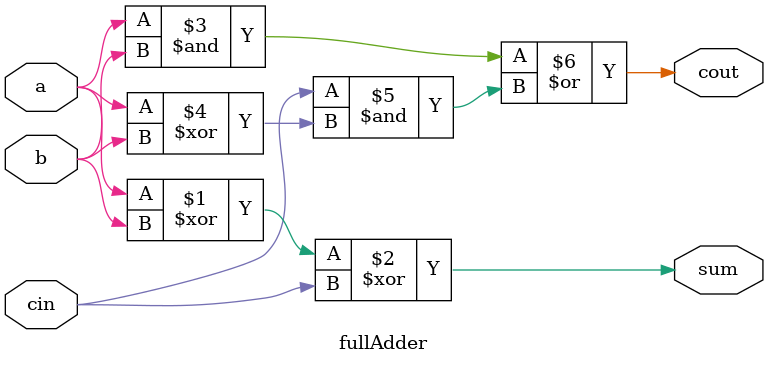
<source format=v>
module multiply32x32 (
	input wire [31:0] a, b,
	output wire [63:0] mul
);

wire [31:0] sum1,  sum2,  sum3,  sum4,  sum5,  sum6,  sum7,  sum8,  sum9,  sum10,
       	    sum11, sum12, sum13, sum14, sum15, sum16, sum17, sum18, sum19, sum20, 
	    sum21, sum22, sum23, sum24, sum25, sum26, sum27, sum28, sum29, sum30, sum31;
wire carry1,  carry2,  carry3,  carry4,  carry5,  carry6,  carry7,  carry8,  carry9,  carry10, 
     carry11, carry12, carry13, carry14, carry15, carry16, carry17, carry18, carry19, carry20, 
     carry21, carry22, carry23, carry24, carry25, carry26, carry27, carry28, carry29, carry30, carry31;

and (mul[0], a[0], b[0]);

fullAdder32b fa1 (.sum(sum1), .a0(a[1] & b[0]),   .a1(a[2] & b[0]),   .a2(a[3] & b[0]),   .a3(a[4] & b[0]),   .a4(a[5] & b[0]),   .a5(a[6] & b[0]),   .a6(a[7] & b[0]),   .a7(a[8] & b[0]),
			      .a8(a[9] & b[0]),   .a9(a[10] & b[0]),  .a10(a[11] & b[0]), .a11(a[12] & b[0]), .a12(a[13] & b[0]), .a13(a[14] & b[0]), .a14(a[15] & b[0]), .a15(a[16] & b[0]),
			      .a16(a[9] & b[0]),  .a17(a[10] & b[0]), .a18(a[11] & b[0]), .a19(a[12] & b[0]), .a20(a[13] & b[0]), .a21(a[14] & b[0]), .a22(a[15] & b[0]), .a23(a[16] & b[0]),
	                      .a24(a[25] & b[0]), .a25(a[26] & b[0]), .a26(a[27] & b[0]), .a27(a[28] & b[0]), .a28(a[29] & b[0]), .a29(a[30] & b[0]), .a30(a[31] & b[0]), .a31(1'b0),
			  
			      .b0(a[0] & b[1]),   .b1(a[1] & b[1]),   .b2(a[2] & b[1]),   .b3(a[3] & b[1]),   .b4(a[4] & b[1]),   .b5(a[5] & b[1]),   .b6(a[6] & b[1]),   .b7(a[7] & b[1]),
			      .b8(a[8] & b[1]),   .b9(a[9] & b[1]),   .b10(a[10] & b[1]), .b11(a[12] & b[1]), .b12(a[12] & b[1]), .b13(a[13] & b[1]), .b14(a[14] & b[1]), .b15(a[15] & b[1]),
			      .b16(a[16] & b[1]), .b17(a[17] & b[1]), .b18(a[18] & b[1]), .b19(a[19] & b[1]), .b20(a[20] & b[1]), .b21(a[21] & b[1]), .b22(a[22] & b[1]), .b23(a[23] & b[1]),
	                      .b24(a[24] & b[1]), .b25(a[25] & b[1]), .b26(a[26] & b[1]), .b27(a[27] & b[1]), .b28(a[28] & b[1]), .b29(a[29] & b[1]), .b30(a[30] & b[1]), .b31(a[31] & b[1]),	  
	          .cin(1'b0), .cout(carry1));

fullAdder32b fa2 (.sum(sum2), .a0(sum1[1]),   .a1(sum1[2]),   .a2(sum1[3]),   .a3(sum1[4]),   .a4(sum1[5]),   .a5(sum1[6]),   .a6(sum1[7]),   .a7(sum1[8]),   .a8(sum1[9]),   .a9(sum1[10]),  .a10(sum1[11]), 
		              .a11(sum1[12]), .a12(sum1[13]), .a13(sum1[14]), .a14(sum1[15]), .a15(sum1[16]), .a16(sum1[17]), .a17(sum1[18]), .a18(sum1[19]), .a19(sum1[20]), .a20(sum1[21]), .a21(sum1[22]),
			      .a22(sum1[23]), .a23(sum1[24]), .a24(sum1[25]), .a25(sum1[26]), .a26(sum1[27]), .a27(sum1[28]), .a28(sum1[29]), .a29(sum1[30]), .a30(sum1[31]), .a31(carry1), 

			      .b0(a[0] & b[2]),   .b1(a[1] & b[2]),   .b2(a[2] & b[2]),   .b3(a[3] & b[2]),   .b4(a[4] & b[2]),   .b5(a[5] & b[2]),   .b6(a[6] & b[2]),   .b7(a[7] & b[2]),
			      .b8(a[8] & b[2]),   .b9(a[9] & b[2]),   .b10(a[10] & b[2]), .b11(a[12] & b[2]), .b12(a[12] & b[2]), .b13(a[13] & b[2]), .b14(a[14] & b[2]), .b15(a[15] & b[2]),
			      .b16(a[16] & b[2]), .b17(a[17] & b[2]), .b18(a[18] & b[2]), .b19(a[19] & b[2]), .b20(a[20] & b[2]), .b21(a[21] & b[2]), .b22(a[22] & b[2]), .b23(a[23] & b[2]),
	                      .b24(a[24] & b[2]), .b25(a[25] & b[2]), .b26(a[26] & b[2]), .b27(a[27] & b[2]), .b28(a[28] & b[2]), .b29(a[29] & b[2]), .b30(a[30] & b[2]), .b31(a[31] & b[2]),	  
	          .cin(1'b0), .cout(carry2));


fullAdder32b fa3 (.sum(sum3), .a0(sum2[1]),   .a1(sum2[2]),   .a2(sum2[3]),   .a3(sum2[4]),   .a4(sum2[5]),   .a5(sum2[6]),   .a6(sum2[7]),   .a7(sum2[8]),   .a8(sum2[9]),   .a9(sum2[10]),  .a10(sum2[11]), 
		              .a11(sum2[12]), .a12(sum2[13]), .a13(sum2[14]), .a14(sum2[15]), .a15(sum2[16]), .a16(sum2[17]), .a17(sum2[18]), .a18(sum2[19]), .a19(sum2[20]), .a20(sum2[21]), .a21(sum2[22]),
			      .a22(sum2[23]), .a23(sum2[24]), .a24(sum2[25]), .a25(sum2[26]), .a26(sum2[27]), .a27(sum2[28]), .a28(sum2[29]), .a29(sum2[30]), .a30(sum2[31]), .a31(carry2), 

			      .b0(a[0] & b[3]),   .b1(a[1] & b[3]),   .b2(a[2] & b[3]),   .b3(a[3] & b[3]),   .b4(a[4] & b[3]),   .b5(a[5] & b[3]),   .b6(a[6] & b[3]),   .b7(a[7] & b[3]),
			      .b8(a[8] & b[3]),   .b9(a[9] & b[3]),   .b10(a[10] & b[3]), .b11(a[12] & b[3]), .b12(a[12] & b[3]), .b13(a[13] & b[3]), .b14(a[14] & b[3]), .b15(a[15] & b[3]),
			      .b16(a[16] & b[3]), .b17(a[17] & b[3]), .b18(a[18] & b[3]), .b19(a[19] & b[3]), .b20(a[20] & b[3]), .b21(a[21] & b[3]), .b22(a[22] & b[3]), .b23(a[23] & b[3]),
	                      .b24(a[24] & b[3]), .b25(a[25] & b[3]), .b26(a[26] & b[3]), .b27(a[27] & b[3]), .b28(a[28] & b[3]), .b29(a[29] & b[3]), .b30(a[30] & b[3]), .b31(a[31] & b[3]),	  
	          .cin(1'b0), .cout(carry3));

fullAdder32b fa4 (.sum(sum4), .a0(sum3[1]),   .a1(sum3[2]),   .a2(sum3[3]),   .a3(sum3[4]),   .a4(sum3[5]),   .a5(sum3[6]),   .a6(sum3[7]),   .a7(sum3[8]),   .a8(sum3[9]),   .a9(sum3[10]),  .a10(sum3[11]), 
		              .a11(sum3[12]), .a12(sum3[13]), .a13(sum3[14]), .a14(sum3[15]), .a15(sum3[16]), .a16(sum3[17]), .a17(sum3[18]), .a18(sum3[19]), .a19(sum3[20]), .a20(sum3[21]), .a21(sum3[22]),
			      .a22(sum3[23]), .a23(sum3[24]), .a24(sum3[25]), .a25(sum3[26]), .a26(sum3[27]), .a27(sum3[28]), .a28(sum3[29]), .a29(sum3[30]), .a30(sum3[31]), .a31(carry3), 

			      .b0(a[0] & b[4]),   .b1(a[1] & b[4]),   .b2(a[2] & b[4]),   .b3(a[3] & b[4]),   .b4(a[4] & b[4]),   .b5(a[5] & b[4]),   .b6(a[6] & b[4]),   .b7(a[7] & b[4]),
			      .b8(a[8] & b[4]),   .b9(a[9] & b[4]),   .b10(a[10] & b[4]), .b11(a[12] & b[4]), .b12(a[12] & b[4]), .b13(a[13] & b[4]), .b14(a[14] & b[4]), .b15(a[15] & b[4]),
			      .b16(a[16] & b[4]), .b17(a[17] & b[4]), .b18(a[18] & b[4]), .b19(a[19] & b[4]), .b20(a[20] & b[4]), .b21(a[21] & b[4]), .b22(a[22] & b[4]), .b23(a[23] & b[4]),
	                      .b24(a[24] & b[4]), .b25(a[25] & b[4]), .b26(a[26] & b[4]), .b27(a[27] & b[4]), .b28(a[28] & b[4]), .b29(a[29] & b[4]), .b30(a[30] & b[4]), .b31(a[31] & b[4]),	  
	          .cin(1'b0), .cout(carry4));

fullAdder32b fa5 (.sum(sum5), .a0(sum4[1]),   .a1(sum4[2]),   .a2(sum4[3]),   .a3(sum4[4]),   .a4(sum4[5]),   .a5(sum4[6]),   .a6(sum4[7]),   .a7(sum4[8]),   .a8(sum4[9]),   .a9(sum4[10]),  .a10(sum4[11]), 
		              .a11(sum4[12]), .a12(sum4[13]), .a13(sum4[14]), .a14(sum4[15]), .a15(sum4[16]), .a16(sum4[17]), .a17(sum4[18]), .a18(sum4[19]), .a19(sum4[20]), .a20(sum4[21]), .a21(sum4[22]),
			      .a22(sum4[23]), .a23(sum4[24]), .a24(sum4[25]), .a25(sum4[26]), .a26(sum4[27]), .a27(sum4[28]), .a28(sum4[29]), .a29(sum4[30]), .a30(sum4[31]), .a31(carry4), 

			      .b0(a[0] & b[5]),   .b1(a[1] & b[5]),   .b2(a[2] & b[5]),   .b3(a[3] & b[5]),   .b4(a[4] & b[5]),   .b5(a[5] & b[5]),   .b6(a[6] & b[5]),   .b7(a[7] & b[5]),
			      .b8(a[8] & b[5]),   .b9(a[9] & b[5]),   .b10(a[10] & b[5]), .b11(a[12] & b[5]), .b12(a[12] & b[5]), .b13(a[13] & b[5]), .b14(a[14] & b[5]), .b15(a[15] & b[5]),
			      .b16(a[16] & b[5]), .b17(a[17] & b[5]), .b18(a[18] & b[5]), .b19(a[19] & b[5]), .b20(a[20] & b[5]), .b21(a[21] & b[5]), .b22(a[22] & b[5]), .b23(a[23] & b[5]),
	                      .b24(a[24] & b[5]), .b25(a[25] & b[5]), .b26(a[26] & b[5]), .b27(a[27] & b[5]), .b28(a[28] & b[5]), .b29(a[29] & b[5]), .b30(a[30] & b[5]), .b31(a[31] & b[5]),	  
	          .cin(1'b0), .cout(carry5));

fullAdder32b fa6 (.sum(sum6), .a0(sum5[1]),   .a1(sum5[2]),   .a2(sum5[3]),   .a3(sum5[4]),   .a4(sum5[5]),   .a5(sum5[6]),   .a6(sum5[7]),   .a7(sum5[8]),   .a8(sum5[9]),   .a9(sum5[10]),  .a10(sum5[11]), 
		              .a11(sum5[12]), .a12(sum5[13]), .a13(sum5[14]), .a14(sum5[15]), .a15(sum5[16]), .a16(sum5[17]), .a17(sum5[18]), .a18(sum5[19]), .a19(sum5[20]), .a20(sum5[21]), .a21(sum5[22]),
			      .a22(sum5[23]), .a23(sum5[24]), .a24(sum5[25]), .a25(sum5[26]), .a26(sum5[27]), .a27(sum5[28]), .a28(sum5[29]), .a29(sum5[30]), .a30(sum5[31]), .a31(carry5), 

			      .b0(a[0] & b[6]),   .b1(a[1] & b[6]),   .b2(a[2] & b[6]),   .b3(a[3] & b[6]),   .b4(a[4] & b[6]),   .b5(a[5] & b[6]),   .b6(a[6] & b[6]),   .b7(a[7] & b[6]),
			      .b8(a[8] & b[6]),   .b9(a[9] & b[6]),   .b10(a[10] & b[6]), .b11(a[12] & b[6]), .b12(a[12] & b[6]), .b13(a[13] & b[6]), .b14(a[14] & b[6]), .b15(a[15] & b[6]),
			      .b16(a[16] & b[6]), .b17(a[17] & b[6]), .b18(a[18] & b[6]), .b19(a[19] & b[6]), .b20(a[20] & b[6]), .b21(a[21] & b[6]), .b22(a[22] & b[6]), .b23(a[23] & b[6]),
	                      .b24(a[24] & b[6]), .b25(a[25] & b[6]), .b26(a[26] & b[6]), .b27(a[27] & b[6]), .b28(a[28] & b[6]), .b29(a[29] & b[6]), .b30(a[30] & b[6]), .b31(a[31] & b[6]),	  
	          .cin(1'b0), .cout(carry6));

fullAdder32b fa7 (.sum(sum7), .a0(sum6[1]),   .a1(sum6[2]),   .a2(sum6[3]),   .a3(sum6[4]),   .a4(sum6[5]),   .a5(sum6[6]),   .a6(sum6[7]),   .a7(sum6[8]),   .a8(sum6[9]),   .a9(sum6[10]),  .a10(sum6[11]), 
		              .a11(sum6[12]), .a12(sum6[13]), .a13(sum6[14]), .a14(sum6[15]), .a15(sum6[16]), .a16(sum6[17]), .a17(sum6[18]), .a18(sum6[19]), .a19(sum6[20]), .a20(sum6[21]), .a21(sum6[22]),
			      .a22(sum6[23]), .a23(sum6[24]), .a24(sum6[25]), .a25(sum6[26]), .a26(sum6[27]), .a27(sum6[28]), .a28(sum6[29]), .a29(sum6[30]), .a30(sum6[31]), .a31(carry6), 

			      .b0(a[0] & b[7]),   .b1(a[1] & b[7]),   .b2(a[2] & b[7]),   .b3(a[3] & b[7]),   .b4(a[4] & b[7]),   .b5(a[5] & b[7]),   .b6(a[6] & b[7]),   .b7(a[7] & b[7]),
			      .b8(a[8] & b[7]),   .b9(a[9] & b[7]),   .b10(a[10] & b[7]), .b11(a[12] & b[7]), .b12(a[12] & b[7]), .b13(a[13] & b[7]), .b14(a[14] & b[7]), .b15(a[15] & b[7]),
			      .b16(a[16] & b[7]), .b17(a[17] & b[7]), .b18(a[18] & b[7]), .b19(a[19] & b[7]), .b20(a[20] & b[7]), .b21(a[21] & b[7]), .b22(a[22] & b[7]), .b23(a[23] & b[7]),
	                      .b24(a[24] & b[7]), .b25(a[25] & b[7]), .b26(a[26] & b[7]), .b27(a[27] & b[7]), .b28(a[28] & b[7]), .b29(a[29] & b[7]), .b30(a[30] & b[7]), .b31(a[31] & b[7]),	  
	          .cin(1'b0), .cout(carry7));

fullAdder32b fa8 (.sum(sum8), .a0(sum7[1]),   .a1(sum7[2]),   .a2(sum7[3]),   .a3(sum7[4]),   .a4(sum7[5]),   .a5(sum7[6]),   .a6(sum7[7]),   .a7(sum7[8]),   .a8(sum7[9]),   .a9(sum7[10]),  .a10(sum7[11]), 
		              .a11(sum7[12]), .a12(sum7[13]), .a13(sum7[14]), .a14(sum7[15]), .a15(sum7[16]), .a16(sum7[17]), .a17(sum7[18]), .a18(sum7[19]), .a19(sum7[20]), .a20(sum7[21]), .a21(sum7[22]),
			      .a22(sum7[23]), .a23(sum7[24]), .a24(sum7[25]), .a25(sum7[26]), .a26(sum7[27]), .a27(sum7[28]), .a28(sum7[29]), .a29(sum7[30]), .a30(sum7[31]), .a31(carry7), 

			      .b0(a[0] & b[8]),   .b1(a[1] & b[8]),   .b2(a[2] & b[8]),   .b3(a[3] & b[8]),   .b4(a[4] & b[8]),   .b5(a[5] & b[8]),   .b6(a[6] & b[8]),   .b7(a[7] & b[8]),
			      .b8(a[8] & b[8]),   .b9(a[9] & b[8]),   .b10(a[10] & b[8]), .b11(a[12] & b[8]), .b12(a[12] & b[8]), .b13(a[13] & b[8]), .b14(a[14] & b[8]), .b15(a[15] & b[8]),
			      .b16(a[16] & b[8]), .b17(a[17] & b[8]), .b18(a[18] & b[8]), .b19(a[19] & b[8]), .b20(a[20] & b[8]), .b21(a[21] & b[8]), .b22(a[22] & b[8]), .b23(a[23] & b[8]),
	                      .b24(a[24] & b[8]), .b25(a[25] & b[8]), .b26(a[26] & b[8]), .b27(a[27] & b[8]), .b28(a[28] & b[8]), .b29(a[29] & b[8]), .b30(a[30] & b[8]), .b31(a[31] & b[8]),	  
	          .cin(1'b0), .cout(carry8));

fullAdder32b fa9 (.sum(sum9), .a0(sum8[1]),   .a1(sum8[2]),   .a2(sum8[3]),   .a3(sum8[4]),   .a4(sum8[5]),   .a5(sum8[6]),   .a6(sum8[7]),   .a7(sum8[8]),   .a8(sum8[9]),   .a9(sum8[10]),  .a10(sum8[11]), 
		              .a11(sum8[12]), .a12(sum8[13]), .a13(sum8[14]), .a14(sum8[15]), .a15(sum8[16]), .a16(sum8[17]), .a17(sum8[18]), .a18(sum8[19]), .a19(sum8[20]), .a20(sum8[21]), .a21(sum8[22]),
			      .a22(sum8[23]), .a23(sum8[24]), .a24(sum8[25]), .a25(sum8[26]), .a26(sum8[27]), .a27(sum8[28]), .a28(sum8[29]), .a29(sum8[30]), .a30(sum8[31]), .a31(carry8), 

			      .b0(a[0] & b[9]),   .b1(a[1] & b[9]),   .b2(a[2] & b[9]),   .b3(a[3] & b[9]),   .b4(a[4] & b[9]),   .b5(a[5] & b[9]),   .b6(a[6] & b[9]),   .b7(a[7] & b[9]),
			      .b8(a[8] & b[9]),   .b9(a[9] & b[9]),   .b10(a[10] & b[9]), .b11(a[12] & b[9]), .b12(a[12] & b[9]), .b13(a[13] & b[9]), .b14(a[14] & b[9]), .b15(a[15] & b[9]),
			      .b16(a[16] & b[9]), .b17(a[17] & b[9]), .b18(a[18] & b[9]), .b19(a[19] & b[9]), .b20(a[20] & b[9]), .b21(a[21] & b[9]), .b22(a[22] & b[9]), .b23(a[23] & b[9]),
	                      .b24(a[24] & b[9]), .b25(a[25] & b[9]), .b26(a[26] & b[9]), .b27(a[27] & b[9]), .b28(a[28] & b[9]), .b29(a[29] & b[9]), .b30(a[30] & b[9]), .b31(a[31] & b[9]),	  
	          .cin(1'b0), .cout(carry9));

fullAdder32b fa10 (.sum(sum10), .a0(sum9[1]),   .a1(sum9[2]),   .a2(sum9[3]),   .a3(sum9[4]),   .a4(sum9[5]),   .a5(sum9[6]),   .a6(sum9[7]),   .a7(sum9[8]),   .a8(sum9[9]),   .a9(sum9[10]),  .a10(sum9[11]), 
		                .a11(sum9[12]), .a12(sum9[13]), .a13(sum9[14]), .a14(sum9[15]), .a15(sum9[16]), .a16(sum9[17]), .a17(sum9[18]), .a18(sum9[19]), .a19(sum9[20]), .a20(sum9[21]), .a21(sum9[22]),
			        .a22(sum9[23]), .a23(sum9[24]), .a24(sum9[25]), .a25(sum9[26]), .a26(sum9[27]), .a27(sum9[28]), .a28(sum9[29]), .a29(sum9[30]), .a30(sum9[31]), .a31(carry9), 

			        .b0(a[0] & b[10]),   .b1(a[1] & b[10]),   .b2(a[2] & b[10]),   .b3(a[3] & b[10]),   .b4(a[4] & b[10]),   .b5(a[5] & b[10]),   .b6(a[6] & b[10]),   .b7(a[7] & b[10]),
			        .b8(a[8] & b[10]),   .b9(a[9] & b[10]),   .b10(a[10] & b[10]), .b11(a[12] & b[10]), .b12(a[12] & b[10]), .b13(a[13] & b[10]), .b14(a[14] & b[10]), .b15(a[15] & b[10]),
			        .b16(a[16] & b[10]), .b17(a[17] & b[10]), .b18(a[18] & b[10]), .b19(a[19] & b[10]), .b20(a[20] & b[10]), .b21(a[21] & b[10]), .b22(a[22] & b[10]), .b23(a[23] & b[10]),
	                        .b24(a[24] & b[10]), .b25(a[25] & b[10]), .b26(a[26] & b[10]), .b27(a[27] & b[10]), .b28(a[28] & b[10]), .b29(a[29] & b[10]), .b30(a[30] & b[10]), .b31(a[31] & b[10]),	  
	          .cin(1'b0), .cout(carry10));

fullAdder32b fa11 (.sum(sum11), .a0(sum10[1]),   .a1(sum10[2]),   .a2(sum10[3]),   .a3(sum10[4]),   .a4(sum10[5]),   .a5(sum10[6]),   .a6(sum10[7]),   .a7(sum10[8]),   .a8(sum10[9]),   .a9(sum10[10]),  .a10(sum10[11]), 
		                .a11(sum10[12]), .a12(sum10[13]), .a13(sum10[14]), .a14(sum10[15]), .a15(sum10[16]), .a16(sum10[17]), .a17(sum10[18]), .a18(sum10[19]), .a19(sum10[20]), .a20(sum10[21]), .a21(sum10[22]),
			        .a22(sum10[23]), .a23(sum10[24]), .a24(sum10[25]), .a25(sum10[26]), .a26(sum10[27]), .a27(sum10[28]), .a28(sum10[29]), .a29(sum10[30]), .a30(sum10[31]), .a31(carry10), 

			        .b0(a[0] & b[11]),   .b1(a[1] & b[11]),   .b2(a[2] & b[11]),   .b3(a[3] & b[11]),   .b4(a[4] & b[11]),   .b5(a[5] & b[11]),   .b6(a[6] & b[11]),   .b7(a[7] & b[11]),
			        .b8(a[8] & b[11]),   .b9(a[9] & b[11]),   .b10(a[10] & b[11]), .b11(a[12] & b[11]), .b12(a[12] & b[11]), .b13(a[13] & b[11]), .b14(a[14] & b[11]), .b15(a[15] & b[11]),
			        .b16(a[16] & b[11]), .b17(a[17] & b[11]), .b18(a[18] & b[11]), .b19(a[19] & b[11]), .b20(a[20] & b[11]), .b21(a[21] & b[11]), .b22(a[22] & b[11]), .b23(a[23] & b[11]),
	                        .b24(a[24] & b[11]), .b25(a[25] & b[11]), .b26(a[26] & b[11]), .b27(a[27] & b[11]), .b28(a[28] & b[11]), .b29(a[29] & b[11]), .b30(a[30] & b[11]), .b31(a[31] & b[11]),	  
	          .cin(1'b0), .cout(carry11));

fullAdder32b fa12 (.sum(sum12), .a0(sum11[1]),   .a1(sum11[2]),   .a2(sum11[3]),   .a3(sum11[4]),   .a4(sum11[5]),   .a5(sum11[6]),   .a6(sum11[7]),   .a7(sum11[8]),   .a8(sum11[9]),   .a9(sum11[10]),  .a10(sum11[11]), 
		                .a11(sum11[12]), .a12(sum11[13]), .a13(sum11[14]), .a14(sum11[15]), .a15(sum11[16]), .a16(sum11[17]), .a17(sum11[18]), .a18(sum11[19]), .a19(sum11[20]), .a20(sum11[21]), .a21(sum11[22]),
			        .a22(sum11[23]), .a23(sum11[24]), .a24(sum11[25]), .a25(sum11[26]), .a26(sum11[27]), .a27(sum11[28]), .a28(sum11[29]), .a29(sum11[30]), .a30(sum11[31]), .a31(carry11), 

			        .b0(a[0] & b[12]),   .b1(a[1] & b[12]),   .b2(a[2] & b[12]),   .b3(a[3] & b[12]),   .b4(a[4] & b[12]),   .b5(a[5] & b[12]),   .b6(a[6] & b[12]),   .b7(a[7] & b[12]),
			        .b8(a[8] & b[12]),   .b9(a[9] & b[12]),   .b10(a[10] & b[12]), .b11(a[12] & b[12]), .b12(a[12] & b[12]), .b13(a[13] & b[12]), .b14(a[14] & b[12]), .b15(a[15] & b[12]),
			        .b16(a[16] & b[12]), .b17(a[17] & b[12]), .b18(a[18] & b[12]), .b19(a[19] & b[12]), .b20(a[20] & b[12]), .b21(a[21] & b[12]), .b22(a[22] & b[12]), .b23(a[23] & b[12]),
	                        .b24(a[24] & b[12]), .b25(a[25] & b[12]), .b26(a[26] & b[12]), .b27(a[27] & b[12]), .b28(a[28] & b[12]), .b29(a[29] & b[12]), .b30(a[30] & b[12]), .b31(a[31] & b[12]),	  
	          .cin(1'b0), .cout(carry12));

fullAdder32b fa13 (.sum(sum13), .a0(sum12[1]),   .a1(sum12[2]),   .a2(sum12[3]),   .a3(sum12[4]),   .a4(sum12[5]),   .a5(sum12[6]),   .a6(sum12[7]),   .a7(sum12[8]),   .a8(sum12[9]),   .a9(sum12[10]),  .a10(sum12[11]), 
		                .a11(sum12[12]), .a12(sum12[13]), .a13(sum12[14]), .a14(sum12[15]), .a15(sum12[16]), .a16(sum12[17]), .a17(sum12[18]), .a18(sum12[19]), .a19(sum12[20]), .a20(sum12[21]), .a21(sum12[22]),
			        .a22(sum12[23]), .a23(sum12[24]), .a24(sum12[25]), .a25(sum12[26]), .a26(sum12[27]), .a27(sum12[28]), .a28(sum12[29]), .a29(sum12[30]), .a30(sum12[31]), .a31(carry12),

			        .b0(a[0] & b[13]),   .b1(a[1] & b[13]),   .b2(a[2] & b[13]),   .b3(a[3] & b[13]),   .b4(a[4] & b[13]),   .b5(a[5] & b[13]),   .b6(a[6] & b[13]),   .b7(a[7] & b[13]),
			        .b8(a[8] & b[13]),   .b9(a[9] & b[13]),   .b10(a[10] & b[13]), .b11(a[12] & b[13]), .b12(a[12] & b[13]), .b13(a[13] & b[13]), .b14(a[14] & b[13]), .b15(a[15] & b[13]),
			        .b16(a[16] & b[13]), .b17(a[17] & b[13]), .b18(a[18] & b[13]), .b19(a[19] & b[13]), .b20(a[20] & b[13]), .b21(a[21] & b[13]), .b22(a[22] & b[13]), .b23(a[23] & b[13]),
	                        .b24(a[24] & b[13]), .b25(a[25] & b[13]), .b26(a[26] & b[13]), .b27(a[27] & b[13]), .b28(a[28] & b[13]), .b29(a[29] & b[13]), .b30(a[30] & b[13]), .b31(a[31] & b[13]),	  
	          .cin(1'b0), .cout(carry13));

fullAdder32b fa14 (.sum(sum14), .a0(sum13[1]),   .a1(sum13[2]),   .a2(sum13[3]),   .a3(sum13[4]),   .a4(sum13[5]),   .a5(sum13[6]),   .a6(sum13[7]),   .a7(sum13[8]),   .a8(sum13[9]),   .a9(sum13[10]),  .a10(sum13[11]), 
		                .a11(sum13[12]), .a12(sum13[13]), .a13(sum13[14]), .a14(sum13[15]), .a15(sum13[16]), .a16(sum13[17]), .a17(sum13[18]), .a18(sum13[19]), .a19(sum13[20]), .a20(sum13[21]), .a21(sum13[22]),
			        .a22(sum13[23]), .a23(sum13[24]), .a24(sum13[25]), .a25(sum13[26]), .a26(sum13[27]), .a27(sum13[28]), .a28(sum13[29]), .a29(sum13[30]), .a30(sum13[31]), .a31(carry13), 

			        .b0(a[0] & b[14]),   .b1(a[1] & b[14]),   .b2(a[2] & b[14]),   .b3(a[3] & b[14]),   .b4(a[4] & b[14]),   .b5(a[5] & b[14]),   .b6(a[6] & b[14]),   .b7(a[7] & b[14]),
			        .b8(a[8] & b[14]),   .b9(a[9] & b[14]),   .b10(a[10] & b[14]), .b11(a[12] & b[14]), .b12(a[12] & b[14]), .b13(a[13] & b[14]), .b14(a[14] & b[14]), .b15(a[15] & b[14]),
			        .b16(a[16] & b[14]), .b17(a[17] & b[14]), .b18(a[18] & b[14]), .b19(a[19] & b[14]), .b20(a[20] & b[14]), .b21(a[21] & b[14]), .b22(a[22] & b[14]), .b23(a[23] & b[14]),
	                        .b24(a[24] & b[14]), .b25(a[25] & b[14]), .b26(a[26] & b[14]), .b27(a[27] & b[14]), .b28(a[28] & b[14]), .b29(a[29] & b[14]), .b30(a[30] & b[14]), .b31(a[31] & b[14]),	  
	          .cin(1'b0), .cout(carry14));

fullAdder32b fa15 (.sum(sum15), .a0(sum14[1]),   .a1(sum14[2]),   .a2(sum14[3]),   .a3(sum14[4]),   .a4(sum14[5]),   .a5(sum14[6]),   .a6(sum14[7]),   .a7(sum14[8]),   .a8(sum14[9]),   .a9(sum14[10]),  .a10(sum14[11]), 
		                .a11(sum14[12]), .a12(sum14[13]), .a13(sum14[14]), .a14(sum14[15]), .a15(sum14[16]), .a16(sum14[17]), .a17(sum14[18]), .a18(sum14[19]), .a19(sum14[20]), .a20(sum14[21]), .a21(sum14[22]),
			        .a22(sum14[23]), .a23(sum14[24]), .a24(sum14[25]), .a25(sum14[26]), .a26(sum14[27]), .a27(sum14[28]), .a28(sum14[29]), .a29(sum14[30]), .a30(sum14[31]), .a31(carry14), 

			        .b0(a[0] & b[15]),   .b1(a[1] & b[15]),   .b2(a[2] & b[15]),   .b3(a[3] & b[15]),   .b4(a[4] & b[15]),   .b5(a[5] & b[15]),   .b6(a[6] & b[15]),   .b7(a[7] & b[15]),
			        .b8(a[8] & b[15]),   .b9(a[9] & b[15]),   .b10(a[10] & b[15]), .b11(a[12] & b[15]), .b12(a[12] & b[15]), .b13(a[13] & b[15]), .b14(a[14] & b[15]), .b15(a[15] & b[15]),
			        .b16(a[16] & b[15]), .b17(a[17] & b[15]), .b18(a[18] & b[15]), .b19(a[19] & b[15]), .b20(a[20] & b[15]), .b21(a[21] & b[15]), .b22(a[22] & b[15]), .b23(a[23] & b[15]),
	                        .b24(a[24] & b[15]), .b25(a[25] & b[15]), .b26(a[26] & b[15]), .b27(a[27] & b[15]), .b28(a[28] & b[15]), .b29(a[29] & b[15]), .b30(a[30] & b[15]), .b31(a[31] & b[15]),	  
	          .cin(1'b0), .cout(carry15));

fullAdder32b fa16 (.sum(sum16), .a0(sum15[1]),   .a1(sum15[2]),   .a2(sum15[3]),   .a3(sum15[4]),   .a4(sum15[5]),   .a5(sum15[6]),   .a6(sum15[7]),   .a7(sum15[8]),   .a8(sum15[9]),   .a9(sum15[10]),  .a10(sum15[11]), 
		                .a11(sum15[12]), .a12(sum15[13]), .a13(sum15[14]), .a14(sum15[15]), .a15(sum15[16]), .a16(sum15[17]), .a17(sum15[18]), .a18(sum15[19]), .a19(sum15[20]), .a20(sum15[21]), .a21(sum15[22]),
			        .a22(sum15[23]), .a23(sum15[24]), .a24(sum15[25]), .a25(sum15[26]), .a26(sum15[27]), .a27(sum15[28]), .a28(sum15[29]), .a29(sum15[30]), .a30(sum15[31]), .a31(carry15), 

			        .b0(a[0] & b[16]),   .b1(a[1] & b[16]),   .b2(a[2] & b[16]),   .b3(a[3] & b[16]),   .b4(a[4] & b[16]),   .b5(a[5] & b[16]),   .b6(a[6] & b[16]),   .b7(a[7] & b[16]),
			        .b8(a[8] & b[16]),   .b9(a[9] & b[16]),   .b10(a[10] & b[16]), .b11(a[12] & b[16]), .b12(a[12] & b[16]), .b13(a[13] & b[16]), .b14(a[14] & b[16]), .b15(a[15] & b[16]),
			        .b16(a[16] & b[16]), .b17(a[17] & b[16]), .b18(a[18] & b[16]), .b19(a[19] & b[16]), .b20(a[20] & b[16]), .b21(a[21] & b[16]), .b22(a[22] & b[16]), .b23(a[23] & b[16]),
	                        .b24(a[24] & b[16]), .b25(a[25] & b[16]), .b26(a[26] & b[16]), .b27(a[27] & b[16]), .b28(a[28] & b[16]), .b29(a[29] & b[16]), .b30(a[30] & b[16]), .b31(a[31] & b[16]),	  
	          .cin(1'b0), .cout(carry16));

fullAdder32b fa17 (.sum(sum17), .a0(sum16[1]),   .a1(sum16[2]),   .a2(sum16[3]),   .a3(sum16[4]),   .a4(sum16[5]),   .a5(sum16[6]),   .a6(sum16[7]),   .a7(sum16[8]),   .a8(sum16[9]),   .a9(sum16[10]),  .a10(sum16[11]), 
		                .a11(sum16[12]), .a12(sum16[13]), .a13(sum16[14]), .a14(sum16[15]), .a15(sum16[16]), .a16(sum16[17]), .a17(sum16[18]), .a18(sum16[19]), .a19(sum16[20]), .a20(sum16[21]), .a21(sum16[22]),
			        .a22(sum16[23]), .a23(sum16[24]), .a24(sum16[25]), .a25(sum16[26]), .a26(sum16[27]), .a27(sum16[28]), .a28(sum16[29]), .a29(sum16[30]), .a30(sum16[31]), .a31(carry16), 

			        .b0(a[0] & b[17]),   .b1(a[1] & b[17]),   .b2(a[2] & b[17]),   .b3(a[3] & b[17]),   .b4(a[4] & b[17]),   .b5(a[5] & b[17]),   .b6(a[6] & b[17]),   .b7(a[7] & b[17]),
			        .b8(a[8] & b[17]),   .b9(a[9] & b[17]),   .b10(a[10] & b[17]), .b11(a[12] & b[17]), .b12(a[12] & b[17]), .b13(a[13] & b[17]), .b14(a[14] & b[17]), .b15(a[15] & b[17]),
			        .b16(a[16] & b[17]), .b17(a[17] & b[17]), .b18(a[18] & b[17]), .b19(a[19] & b[17]), .b20(a[20] & b[17]), .b21(a[21] & b[17]), .b22(a[22] & b[17]), .b23(a[23] & b[17]),
	                        .b24(a[24] & b[17]), .b25(a[25] & b[17]), .b26(a[26] & b[17]), .b27(a[27] & b[17]), .b28(a[28] & b[17]), .b29(a[29] & b[17]), .b30(a[30] & b[17]), .b31(a[31] & b[17]),	  
	          .cin(1'b0), .cout(carry17));

fullAdder32b fa18 (.sum(sum18), .a0(sum17[1]),   .a1(sum17[2]),   .a2(sum17[3]),   .a3(sum17[4]),   .a4(sum17[5]),   .a5(sum17[6]),   .a6(sum17[7]),   .a7(sum17[8]),   .a8(sum17[9]),   .a9(sum17[10]),  .a10(sum17[11]), 
		                .a11(sum17[12]), .a12(sum17[13]), .a13(sum17[14]), .a14(sum17[15]), .a15(sum17[16]), .a16(sum17[17]), .a17(sum17[18]), .a18(sum17[19]), .a19(sum17[20]), .a20(sum17[21]), .a21(sum17[22]),
			        .a22(sum17[23]), .a23(sum17[24]), .a24(sum17[25]), .a25(sum17[26]), .a26(sum17[27]), .a27(sum17[28]), .a28(sum17[29]), .a29(sum17[30]), .a30(sum17[31]), .a31(carry17), 

			        .b0(a[0] & b[18]),   .b1(a[1] & b[18]),   .b2(a[2] & b[18]),   .b3(a[3] & b[18]),   .b4(a[4] & b[18]),   .b5(a[5] & b[18]),   .b6(a[6] & b[18]),   .b7(a[7] & b[18]),
			        .b8(a[8] & b[18]),   .b9(a[9] & b[18]),   .b10(a[10] & b[18]), .b11(a[12] & b[18]), .b12(a[12] & b[18]), .b13(a[13] & b[18]), .b14(a[14] & b[18]), .b15(a[15] & b[18]),
			        .b16(a[16] & b[18]), .b17(a[17] & b[18]), .b18(a[18] & b[18]), .b19(a[19] & b[18]), .b20(a[20] & b[18]), .b21(a[21] & b[18]), .b22(a[22] & b[18]), .b23(a[23] & b[18]),
	                        .b24(a[24] & b[18]), .b25(a[25] & b[18]), .b26(a[26] & b[18]), .b27(a[27] & b[18]), .b28(a[28] & b[18]), .b29(a[29] & b[18]), .b30(a[30] & b[18]), .b31(a[31] & b[18]),	  
	          .cin(1'b0), .cout(carry18));

fullAdder32b fa19 (.sum(sum19), .a0(sum18[1]),   .a1(sum18[2]),   .a2(sum18[3]),   .a3(sum18[4]),   .a4(sum18[5]),   .a5(sum18[6]),   .a6(sum18[7]),   .a7(sum18[8]),   .a8(sum18[9]),   .a9(sum18[10]),  .a10(sum18[11]), 
		                .a11(sum18[12]), .a12(sum18[13]), .a13(sum18[14]), .a14(sum18[15]), .a15(sum18[16]), .a16(sum18[17]), .a17(sum18[18]), .a18(sum18[19]), .a19(sum18[20]), .a20(sum18[21]), .a21(sum18[22]),
			        .a22(sum18[23]), .a23(sum18[24]), .a24(sum18[25]), .a25(sum18[26]), .a26(sum18[27]), .a27(sum18[28]), .a28(sum18[29]), .a29(sum18[30]), .a30(sum18[31]), .a31(carry18), 

			        .b0(a[0] & b[19]),   .b1(a[1] & b[19]),   .b2(a[2] & b[19]),   .b3(a[3] & b[19]),   .b4(a[4] & b[11]),   .b5(a[5] & b[19]),   .b6(a[6] & b[19]),   .b7(a[7] & b[19]),
			        .b8(a[8] & b[19]),   .b9(a[9] & b[19]),   .b10(a[10] & b[19]), .b11(a[12] & b[19]), .b12(a[12] & b[19]), .b13(a[13] & b[19]), .b14(a[14] & b[19]), .b15(a[15] & b[19]),
			        .b16(a[16] & b[19]), .b17(a[17] & b[19]), .b18(a[18] & b[19]), .b19(a[19] & b[19]), .b20(a[20] & b[19]), .b21(a[21] & b[19]), .b22(a[22] & b[19]), .b23(a[23] & b[19]),
	                        .b24(a[24] & b[19]), .b25(a[25] & b[19]), .b26(a[26] & b[19]), .b27(a[27] & b[19]), .b28(a[28] & b[19]), .b29(a[29] & b[19]), .b30(a[30] & b[19]), .b31(a[31] & b[19]),	  
	          .cin(1'b0), .cout(carry19));

fullAdder32b fa20 (.sum(sum20), .a0(sum19[1]),   .a1(sum19[2]),   .a2(sum19[3]),   .a3(sum19[4]),   .a4(sum19[5]),   .a5(sum19[6]),   .a6(sum19[7]),   .a7(sum19[8]),   .a8(sum19[9]),   .a9(sum19[10]),  .a10(sum19[11]), 
		                .a11(sum19[12]), .a12(sum19[13]), .a13(sum19[14]), .a14(sum19[15]), .a15(sum19[16]), .a16(sum19[17]), .a17(sum19[18]), .a18(sum19[19]), .a19(sum19[20]), .a20(sum19[21]), .a21(sum19[22]),
			        .a22(sum19[23]), .a23(sum19[24]), .a24(sum19[25]), .a25(sum19[26]), .a26(sum19[27]), .a27(sum19[28]), .a28(sum19[29]), .a29(sum19[30]), .a30(sum19[31]), .a31(carry19), 

			        .b0(a[0] & b[20]),   .b1(a[1] & b[20]),   .b2(a[2] & b[20]),   .b3(a[3] & b[20]),   .b4(a[4] & b[20]),   .b5(a[5] & b[20]),   .b6(a[6] & b[20]),   .b7(a[7] & b[20]),
			        .b8(a[8] & b[20]),   .b9(a[9] & b[20]),   .b10(a[10] & b[20]), .b11(a[12] & b[20]), .b12(a[12] & b[20]), .b13(a[13] & b[20]), .b14(a[14] & b[20]), .b15(a[15] & b[20]),
			        .b16(a[16] & b[20]), .b17(a[17] & b[20]), .b18(a[18] & b[20]), .b19(a[19] & b[20]), .b20(a[20] & b[20]), .b21(a[21] & b[20]), .b22(a[22] & b[20]), .b23(a[23] & b[20]),
	                        .b24(a[24] & b[20]), .b25(a[25] & b[20]), .b26(a[26] & b[20]), .b27(a[27] & b[20]), .b28(a[28] & b[20]), .b29(a[29] & b[20]), .b30(a[30] & b[20]), .b31(a[31] & b[20]),	  
	          .cin(1'b0), .cout(carry20));


fullAdder32b fa21 (.sum(sum21), .a0(sum20[1]),   .a1(sum20[2]),   .a2(sum20[3]),   .a3(sum20[4]),   .a4(sum20[5]),   .a5(sum20[6]),   .a6(sum20[7]),   .a7(sum20[8]),   .a8(sum20[9]),   .a9(sum20[10]),  .a10(sum20[11]), 
		                .a11(sum20[12]), .a12(sum20[13]), .a13(sum20[14]), .a14(sum20[15]), .a15(sum20[16]), .a16(sum20[17]), .a17(sum20[18]), .a18(sum20[19]), .a19(sum20[20]), .a20(sum20[21]), .a21(sum20[22]),
			        .a22(sum20[23]), .a23(sum20[24]), .a24(sum20[25]), .a25(sum20[26]), .a26(sum20[27]), .a27(sum20[28]), .a28(sum20[29]), .a29(sum20[30]), .a30(sum20[31]), .a31(carry20), 

			        .b0(a[0] & b[21]),   .b1(a[1] & b[21]),   .b2(a[2] & b[21]),   .b3(a[3] & b[21]),   .b4(a[4] & b[21]),   .b5(a[5] & b[21]),   .b6(a[6] & b[21]),   .b7(a[7] & b[21]),
			        .b8(a[8] & b[21]),   .b9(a[9] & b[21]),   .b10(a[10] & b[21]), .b11(a[12] & b[21]), .b12(a[12] & b[21]), .b13(a[13] & b[21]), .b14(a[14] & b[21]), .b15(a[15] & b[21]),
			        .b16(a[16] & b[21]), .b17(a[17] & b[21]), .b18(a[18] & b[21]), .b19(a[19] & b[21]), .b20(a[20] & b[21]), .b21(a[21] & b[21]), .b22(a[22] & b[21]), .b23(a[23] & b[21]),
	                        .b24(a[24] & b[21]), .b25(a[25] & b[21]), .b26(a[26] & b[21]), .b27(a[27] & b[21]), .b28(a[28] & b[21]), .b29(a[29] & b[21]), .b30(a[30] & b[21]), .b31(a[31] & b[21]),	  
	          .cin(1'b0), .cout(carry21));

fullAdder32b fa22 (.sum(sum22), .a0(sum21[1]),   .a1(sum21[2]),   .a2(sum21[3]),   .a3(sum21[4]),   .a4(sum21[5]),   .a5(sum21[6]),   .a6(sum21[7]),   .a7(sum21[8]),   .a8(sum21[9]),   .a9(sum21[10]),  .a10(sum21[11]), 
		                .a11(sum21[12]), .a12(sum21[13]), .a13(sum21[14]), .a14(sum21[15]), .a15(sum21[16]), .a16(sum21[17]), .a17(sum21[18]), .a18(sum21[19]), .a19(sum21[20]), .a20(sum21[21]), .a21(sum21[22]),
			        .a22(sum21[23]), .a23(sum21[24]), .a24(sum21[25]), .a25(sum21[26]), .a26(sum21[27]), .a27(sum21[28]), .a28(sum21[29]), .a29(sum21[30]), .a30(sum21[31]), .a31(carry21), 

			        .b0(a[0] & b[22]),   .b1(a[1] & b[22]),   .b2(a[2] & b[22]),   .b3(a[3] & b[22]),   .b4(a[4] & b[22]),   .b5(a[5] & b[22]),   .b6(a[6] & b[22]),   .b7(a[7] & b[22]),
			        .b8(a[8] & b[22]),   .b9(a[9] & b[22]),   .b10(a[10] & b[22]), .b11(a[12] & b[22]), .b12(a[12] & b[22]), .b13(a[13] & b[22]), .b14(a[14] & b[22]), .b15(a[15] & b[22]),
			        .b16(a[16] & b[22]), .b17(a[17] & b[22]), .b18(a[18] & b[22]), .b19(a[19] & b[22]), .b20(a[20] & b[22]), .b21(a[21] & b[22]), .b22(a[22] & b[22]), .b23(a[23] & b[22]),
	                        .b24(a[24] & b[22]), .b25(a[25] & b[22]), .b26(a[26] & b[22]), .b27(a[27] & b[22]), .b28(a[28] & b[22]), .b29(a[29] & b[22]), .b30(a[30] & b[22]), .b31(a[31] & b[22]),	  
	          .cin(1'b0), .cout(carry22));
	  
fullAdder32b fa23 (.sum(sum23), .a0(sum22[1]),   .a1(sum22[2]),   .a2(sum22[3]),   .a3(sum22[4]),   .a4(sum22[5]),   .a5(sum22[6]),   .a6(sum22[7]),   .a7(sum22[8]),   .a8(sum22[9]),   .a9(sum22[10]),  .a10(sum22[11]), 
		                .a11(sum22[12]), .a12(sum22[13]), .a13(sum22[14]), .a14(sum22[15]), .a15(sum22[16]), .a16(sum22[17]), .a17(sum22[18]), .a18(sum22[19]), .a19(sum22[20]), .a20(sum22[21]), .a21(sum22[22]),
			        .a22(sum22[23]), .a23(sum22[24]), .a24(sum22[25]), .a25(sum22[26]), .a26(sum22[27]), .a27(sum22[28]), .a28(sum22[29]), .a29(sum22[30]), .a30(sum22[31]), .a31(carry22), 

			        .b0(a[0] & b[23]),   .b1(a[1] & b[23]),   .b2(a[2] & b[23]),   .b3(a[3] & b[23]),   .b4(a[4] & b[23]),   .b5(a[5] & b[23]),   .b6(a[6] & b[23]),   .b7(a[7] & b[23]),
			        .b8(a[8] & b[23]),   .b9(a[9] & b[23]),   .b10(a[10] & b[23]), .b11(a[12] & b[23]), .b12(a[12] & b[23]), .b13(a[13] & b[23]), .b14(a[14] & b[23]), .b15(a[15] & b[23]),
			        .b16(a[16] & b[23]), .b17(a[17] & b[23]), .b18(a[18] & b[23]), .b19(a[19] & b[23]), .b20(a[20] & b[23]), .b21(a[21] & b[23]), .b22(a[22] & b[23]), .b23(a[23] & b[23]),
	                        .b24(a[24] & b[23]), .b25(a[25] & b[23]), .b26(a[26] & b[23]), .b27(a[27] & b[23]), .b28(a[28] & b[23]), .b29(a[29] & b[23]), .b30(a[30] & b[23]), .b31(a[31] & b[23]),	  
	          .cin(1'b0), .cout(carry23));
	  
fullAdder32b fa24 (.sum(sum24), .a0(sum23[1]),   .a1(sum23[2]),   .a2(sum23[3]),   .a3(sum23[4]),   .a4(sum23[5]),   .a5(sum23[6]),   .a6(sum23[7]),   .a7(sum23[8]),   .a8(sum23[9]),   .a9(sum23[10]),  .a10(sum23[11]), 
		                .a11(sum23[12]), .a12(sum23[13]), .a13(sum23[14]), .a14(sum23[15]), .a15(sum23[16]), .a16(sum23[17]), .a17(sum23[18]), .a18(sum23[19]), .a19(sum23[20]), .a20(sum23[21]), .a21(sum23[22]),
			        .a22(sum23[23]), .a23(sum23[24]), .a24(sum23[25]), .a25(sum23[26]), .a26(sum23[27]), .a27(sum23[28]), .a28(sum23[29]), .a29(sum23[30]), .a30(sum23[31]), .a31(carry23), 

			        .b0(a[0] & b[24]),   .b1(a[1] & b[24]),   .b2(a[2] & b[24]),   .b3(a[3] & b[24]),   .b4(a[4] & b[24]),   .b5(a[5] & b[24]),   .b6(a[6] & b[24]),   .b7(a[7] & b[24]),
			        .b8(a[8] & b[24]),   .b9(a[9] & b[24]),   .b10(a[10] & b[24]), .b11(a[12] & b[24]), .b12(a[12] & b[24]), .b13(a[13] & b[24]), .b14(a[14] & b[24]), .b15(a[15] & b[24]),
			        .b16(a[16] & b[24]), .b17(a[17] & b[24]), .b18(a[18] & b[24]), .b19(a[19] & b[24]), .b20(a[20] & b[24]), .b21(a[21] & b[24]), .b22(a[22] & b[24]), .b23(a[23] & b[24]),
	                        .b24(a[24] & b[24]), .b25(a[25] & b[24]), .b26(a[26] & b[24]), .b27(a[27] & b[24]), .b28(a[28] & b[24]), .b29(a[29] & b[24]), .b30(a[30] & b[24]), .b31(a[31] & b[24]),	  
	          .cin(1'b0), .cout(carry24));


fullAdder32b fa25 (.sum(sum25), .a0(sum24[1]),   .a1(sum24[2]),   .a2(sum24[3]),   .a3(sum24[4]),   .a4(sum24[5]),   .a5(sum24[6]),   .a6(sum24[7]),   .a7(sum24[8]),   .a8(sum24[9]),   .a9(sum24[10]),  .a10(sum24[11]), 
		                .a11(sum24[12]), .a12(sum24[13]), .a13(sum24[14]), .a14(sum24[15]), .a15(sum24[16]), .a16(sum24[17]), .a17(sum24[18]), .a18(sum24[19]), .a19(sum24[20]), .a20(sum24[21]), .a21(sum24[22]),
			        .a22(sum24[23]), .a23(sum24[24]), .a24(sum24[25]), .a25(sum24[26]), .a26(sum24[27]), .a27(sum24[28]), .a28(sum24[29]), .a29(sum24[30]), .a30(sum24[31]), .a31(carry24), 

			        .b0(a[0] & b[25]),   .b1(a[1] & b[25]),   .b2(a[2] & b[25]),   .b3(a[3] & b[25]),   .b4(a[4] & b[25]),   .b5(a[5] & b[25]),   .b6(a[6] & b[25]),   .b7(a[7] & b[25]),
			        .b8(a[8] & b[25]),   .b9(a[9] & b[25]),   .b10(a[10] & b[25]), .b11(a[12] & b[25]), .b12(a[12] & b[25]), .b13(a[13] & b[25]), .b14(a[14] & b[25]), .b15(a[15] & b[25]),
			        .b16(a[16] & b[25]), .b17(a[17] & b[25]), .b18(a[18] & b[25]), .b19(a[19] & b[25]), .b20(a[20] & b[25]), .b21(a[21] & b[25]), .b22(a[22] & b[25]), .b23(a[23] & b[25]),
	                        .b24(a[24] & b[25]), .b25(a[25] & b[25]), .b26(a[26] & b[25]), .b27(a[27] & b[25]), .b28(a[28] & b[25]), .b29(a[29] & b[25]), .b30(a[30] & b[25]), .b31(a[31] & b[25]),	  
	          .cin(1'b0), .cout(carry25));
	  	  
fullAdder32b fa26 (.sum(sum26), .a0(sum25[1]),   .a1(sum25[2]),   .a2(sum25[3]),   .a3(sum25[4]),   .a4(sum25[5]),   .a5(sum25[6]),   .a6(sum25[7]),   .a7(sum25[8]),   .a8(sum25[9]),   .a9(sum25[10]),  .a10(sum25[11]), 
		                .a11(sum25[12]), .a12(sum25[13]), .a13(sum25[14]), .a14(sum25[15]), .a15(sum25[16]), .a16(sum25[17]), .a17(sum25[18]), .a18(sum25[19]), .a19(sum25[20]), .a20(sum25[21]), .a21(sum25[22]),
			        .a22(sum25[23]), .a23(sum25[24]), .a24(sum25[25]), .a25(sum25[26]), .a26(sum25[27]), .a27(sum25[28]), .a28(sum25[29]), .a29(sum25[30]), .a30(sum25[31]), .a31(carry25), 

			        .b0(a[0] & b[26]),   .b1(a[1] & b[26]),   .b2(a[2] & b[26]),   .b3(a[3] & b[26]),   .b4(a[4] & b[26]),   .b5(a[5] & b[26]),   .b6(a[6] & b[26]),   .b7(a[7] & b[26]),
			        .b8(a[8] & b[26]),   .b9(a[9] & b[26]),   .b10(a[10] & b[26]), .b11(a[12] & b[26]), .b12(a[12] & b[26]), .b13(a[13] & b[26]), .b14(a[14] & b[26]), .b15(a[15] & b[26]),
			        .b16(a[16] & b[26]), .b17(a[17] & b[26]), .b18(a[18] & b[26]), .b19(a[19] & b[26]), .b20(a[20] & b[26]), .b21(a[21] & b[26]), .b22(a[22] & b[26]), .b23(a[23] & b[26]),
	                        .b24(a[24] & b[26]), .b25(a[25] & b[26]), .b26(a[26] & b[26]), .b27(a[27] & b[26]), .b28(a[28] & b[26]), .b29(a[29] & b[26]), .b30(a[30] & b[26]), .b31(a[31] & b[26]),	  
	          .cin(1'b0), .cout(carry26));

fullAdder32b fa27 (.sum(sum27), .a0(sum26[1]),   .a1(sum26[2]),   .a2(sum26[3]),   .a3(sum26[4]),   .a4(sum26[5]),   .a5(sum26[6]),   .a6(sum26[7]),   .a7(sum26[8]),   .a8(sum26[9]),   .a9(sum26[10]),  .a10(sum26[11]), 
		                .a11(sum26[12]), .a12(sum26[13]), .a13(sum26[14]), .a14(sum26[15]), .a15(sum26[16]), .a16(sum26[17]), .a17(sum26[18]), .a18(sum26[19]), .a19(sum26[20]), .a20(sum26[21]), .a21(sum26[22]),
			        .a22(sum26[23]), .a23(sum26[24]), .a24(sum26[25]), .a25(sum26[26]), .a26(sum26[27]), .a27(sum26[28]), .a28(sum26[29]), .a29(sum26[30]), .a30(sum26[31]), .a31(carry26), 

			        .b0(a[0] & b[27]),   .b1(a[1] & b[27]),   .b2(a[2] & b[27]),   .b3(a[3] & b[27]),   .b4(a[4] & b[27]),   .b5(a[5] & b[27]),   .b6(a[6] & b[27]),   .b7(a[7] & b[27]),
			        .b8(a[8] & b[27]),   .b9(a[9] & b[27]),   .b10(a[10] & b[27]), .b11(a[12] & b[27]), .b12(a[12] & b[27]), .b13(a[13] & b[27]), .b14(a[14] & b[27]), .b15(a[15] & b[27]),
			        .b16(a[16] & b[27]), .b17(a[17] & b[27]), .b18(a[18] & b[27]), .b19(a[19] & b[27]), .b20(a[20] & b[27]), .b21(a[21] & b[27]), .b22(a[22] & b[27]), .b23(a[23] & b[27]),
	                        .b24(a[24] & b[27]), .b25(a[25] & b[27]), .b26(a[26] & b[27]), .b27(a[27] & b[27]), .b28(a[28] & b[27]), .b29(a[29] & b[27]), .b30(a[30] & b[27]), .b31(a[31] & b[27]),	  
	          .cin(1'b0), .cout(carry27));

fullAdder32b fa28 (.sum(sum28), .a0(sum27[1]),   .a1(sum27[2]),   .a2(sum27[3]),   .a3(sum27[4]),   .a4(sum27[5]),   .a5(sum27[6]),   .a6(sum27[7]),   .a7(sum27[8]),   .a8(sum27[9]),   .a9(sum27[10]),  .a10(sum27[11]), 
		                .a11(sum27[12]), .a12(sum27[13]), .a13(sum27[14]), .a14(sum27[15]), .a15(sum27[16]), .a16(sum27[17]), .a17(sum27[18]), .a18(sum27[19]), .a19(sum27[20]), .a20(sum27[21]), .a21(sum27[22]),
			        .a22(sum27[23]), .a23(sum27[24]), .a24(sum27[25]), .a25(sum27[26]), .a26(sum27[27]), .a27(sum27[28]), .a28(sum27[29]), .a29(sum27[30]), .a30(sum27[31]), .a31(carry27), 

			        .b0(a[0] & b[28]),   .b1(a[1] & b[28]),   .b2(a[2] & b[28]),   .b3(a[3] & b[28]),   .b4(a[4] & b[28]),   .b5(a[5] & b[28]),   .b6(a[6] & b[28]),   .b7(a[7] & b[28]),
			        .b8(a[8] & b[28]),   .b9(a[9] & b[28]),   .b10(a[10] & b[28]), .b11(a[12] & b[28]), .b12(a[12] & b[28]), .b13(a[13] & b[28]), .b14(a[14] & b[28]), .b15(a[15] & b[28]),
			        .b16(a[16] & b[28]), .b17(a[17] & b[28]), .b18(a[18] & b[28]), .b19(a[19] & b[28]), .b20(a[20] & b[28]), .b21(a[21] & b[28]), .b22(a[22] & b[28]), .b23(a[23] & b[28]),
	                        .b24(a[24] & b[28]), .b25(a[25] & b[28]), .b26(a[26] & b[28]), .b27(a[27] & b[28]), .b28(a[28] & b[28]), .b29(a[29] & b[28]), .b30(a[30] & b[28]), .b31(a[31] & b[28]),	  
	          .cin(1'b0), .cout(carry28));


fullAdder32b fa29 (.sum(sum29), .a0(sum28[1]),   .a1(sum28[2]),   .a2(sum28[3]),   .a3(sum28[4]),   .a4(sum28[5]),   .a5(sum28[6]),   .a6(sum28[7]),   .a7(sum28[8]),   .a8(sum28[9]),   .a9(sum28[10]),  .a10(sum28[11]), 
		                .a11(sum28[12]), .a12(sum28[13]), .a13(sum28[14]), .a14(sum28[15]), .a15(sum28[16]), .a16(sum28[17]), .a17(sum28[18]), .a18(sum28[19]), .a19(sum28[20]), .a20(sum28[21]), .a21(sum28[22]),
			        .a22(sum28[23]), .a23(sum28[24]), .a24(sum28[25]), .a25(sum28[26]), .a26(sum28[27]), .a27(sum28[28]), .a28(sum28[29]), .a29(sum28[30]), .a30(sum28[31]), .a31(carry28), 

			        .b0(a[0] & b[29]),   .b1(a[1] & b[29]),   .b2(a[2] & b[29]),   .b3(a[3] & b[29]),   .b4(a[4] & b[29]),   .b5(a[5] & b[29]),   .b6(a[6] & b[29]),   .b7(a[7] & b[29]),
			        .b8(a[8] & b[29]),   .b9(a[9] & b[29]),   .b10(a[10] & b[29]), .b11(a[12] & b[29]), .b12(a[12] & b[29]), .b13(a[13] & b[29]), .b14(a[14] & b[29]), .b15(a[15] & b[29]),
			        .b16(a[16] & b[29]), .b17(a[17] & b[29]), .b18(a[18] & b[29]), .b19(a[19] & b[29]), .b20(a[20] & b[29]), .b21(a[21] & b[29]), .b22(a[22] & b[29]), .b23(a[23] & b[29]),
	                        .b24(a[24] & b[29]), .b25(a[25] & b[29]), .b26(a[26] & b[29]), .b27(a[27] & b[29]), .b28(a[28] & b[29]), .b29(a[29] & b[29]), .b30(a[30] & b[29]), .b31(a[31] & b[29]),	  
	          .cin(1'b0), .cout(carry29));

fullAdder32b fa30 (.sum(sum30), .a0(sum29[1]),   .a1(sum29[2]),   .a2(sum29[3]),   .a3(sum29[4]),   .a4(sum29[5]),   .a5(sum29[6]),   .a6(sum29[7]),   .a7(sum29[8]),   .a8(sum29[9]),   .a9(sum29[10]),  .a10(sum29[11]), 
		                .a11(sum29[12]), .a12(sum29[13]), .a13(sum29[14]), .a14(sum29[15]), .a15(sum29[16]), .a16(sum29[17]), .a17(sum29[18]), .a18(sum29[19]), .a19(sum29[20]), .a20(sum29[21]), .a21(sum29[22]),
			        .a22(sum29[23]), .a23(sum29[24]), .a24(sum29[25]), .a25(sum29[26]), .a26(sum29[27]), .a27(sum29[28]), .a28(sum29[29]), .a29(sum29[30]), .a30(sum29[31]), .a31(carry29), 

			        .b0(a[0] & b[30]),   .b1(a[1] & b[30]),   .b2(a[2] & b[30]),   .b3(a[3] & b[30]),   .b4(a[4] & b[30]),   .b5(a[5] & b[30]),   .b6(a[6] & b[30]),   .b7(a[7] & b[30]),
			        .b8(a[8] & b[30]),   .b9(a[9] & b[30]),   .b10(a[10] & b[30]), .b11(a[12] & b[30]), .b12(a[12] & b[30]), .b13(a[13] & b[30]), .b14(a[14] & b[30]), .b15(a[15] & b[30]),
			        .b16(a[16] & b[30]), .b17(a[17] & b[30]), .b18(a[18] & b[30]), .b19(a[19] & b[30]), .b20(a[20] & b[30]), .b21(a[21] & b[30]), .b22(a[22] & b[30]), .b23(a[23] & b[30]),
	                        .b24(a[24] & b[30]), .b25(a[25] & b[30]), .b26(a[26] & b[30]), .b27(a[27] & b[30]), .b28(a[28] & b[30]), .b29(a[29] & b[30]), .b30(a[30] & b[30]), .b31(a[31] & b[30]),	  
	          .cin(1'b0), .cout(carry30));

fullAdder32b fa31 (.sum(sum31), .a0(sum30[1]),   .a1(sum30[2]),   .a2(sum30[3]),   .a3(sum30[4]),   .a4(sum30[5]),   .a5(sum30[6]),   .a6(sum30[7]),   .a7(sum30[8]),   .a8(sum30[9]),   .a9(sum30[10]),  .a10(sum30[11]), 
		                .a11(sum30[12]), .a12(sum30[13]), .a13(sum30[14]), .a14(sum30[15]), .a15(sum30[16]), .a16(sum30[17]), .a17(sum30[18]), .a18(sum30[19]), .a19(sum30[20]), .a20(sum30[21]), .a21(sum30[22]),
			        .a22(sum30[23]), .a23(sum30[24]), .a24(sum30[25]), .a25(sum30[26]), .a26(sum30[27]), .a27(sum30[28]), .a28(sum30[29]), .a29(sum30[30]), .a30(sum30[31]), .a31(carry30), 

			        .b0(a[0] & b[31]),   .b1(a[1] & b[31]),   .b2(a[2] & b[31]),   .b3(a[3] & b[31]),   .b4(a[4] & b[31]),   .b5(a[5] & b[31]),   .b6(a[6] & b[31]),   .b7(a[7] & b[31]),
			        .b8(a[8] & b[31]),   .b9(a[9] & b[31]),   .b10(a[10] & b[31]), .b11(a[12] & b[31]), .b12(a[12] & b[31]), .b13(a[13] & b[31]), .b14(a[14] & b[31]), .b15(a[15] & b[31]),
			        .b16(a[16] & b[31]), .b17(a[17] & b[31]), .b18(a[18] & b[31]), .b19(a[19] & b[31]), .b20(a[20] & b[31]), .b21(a[21] & b[31]), .b22(a[22] & b[31]), .b23(a[23] & b[31]),
	                        .b24(a[24] & b[31]), .b25(a[25] & b[31]), .b26(a[26] & b[31]), .b27(a[27] & b[31]), .b28(a[28] & b[31]), .b29(a[29] & b[31]), .b30(a[30] & b[31]), .b31(a[31] & b[31]),	  
	          .cin(1'b0), .cout(carry31));

assign mul[63:1] = {carry31, sum31[31:0], sum30[0], sum29[0], sum28[0], sum27[0], sum26[0], sum25[0], sum24[0], sum23[0], sum22[0], sum21[0], sum20[0], sum19[0], sum18[0], sum17[0], sum16[0], sum15[0], sum14[0], sum13[0], sum12[0], sum11[0], sum10[0], sum9[0], sum8[0], sum7[0], sum6[0], sum5[0], sum4[0], sum3[0], sum2[0], sum1[0]};

endmodule

module fullAdder32b (
        input wire a0, a1, a2, a3, a4, a5, a6, a7, a8, a9, a10, a11, a12, a13, a14, a15, a16, a17, a18, a19, a20, a21, a22, a23, a24, a25, a26, a27, a28, a29, a30, a31,
	input wire b0, b1, b2, b3, b4, b5, b6, b7, b8, b9, b10, b11, b12, b13, b14, b15, b16, b17, b18, b19, b20, b21, b22, b23, b24, b25, b26, b27, b28, b29, b30, b31,
        input wire cin,
        output wire [31:0] sum,
        output wire cout
);

wire [31:0] carry;

fullAdder fa32 (.sum(sum[0]), .a(a0), .b(b0^cin), .cin(cin), .cout(carry[0]));
fullAdder fa33 (.sum(sum[1]), .a(a1), .b(b1^cin), .cin(carry[0]), .cout(carry[1]));
fullAdder fa34 (.sum(sum[2]), .a(a2), .b(b2^cin), .cin(carry[1]), .cout(carry[2]));
fullAdder fa35 (.sum(sum[3]), .a(a3), .b(b3^cin), .cin(carry[2]), .cout(carry[3]));
fullAdder fa36 (.sum(sum[4]), .a(a4), .b(b4^cin), .cin(carry[3]), .cout(carry[4]));
fullAdder fa37 (.sum(sum[5]), .a(a5), .b(b5^cin), .cin(carry[4]), .cout(carry[5]));
fullAdder fa38 (.sum(sum[6]), .a(a6), .b(b6^cin), .cin(carry[5]), .cout(carry[6]));
fullAdder fa39 (.sum(sum[7]), .a(a7), .b(b7^cin), .cin(carry[6]), .cout(carry[7]));
fullAdder fa40 (.sum(sum[8]), .a(a8), .b(b8^cin), .cin(carry[7]), .cout(carry[8]));
fullAdder fa41 (.sum(sum[9]), .a(a9), .b(b9^cin), .cin(carry[8]), .cout(carry[9]));
fullAdder fa42 (.sum(sum[10]), .a(a10), .b(b10^cin), .cin(carry[9]), .cout(carry[10]));
fullAdder fa43 (.sum(sum[11]), .a(a11), .b(b11^cin), .cin(carry[10]), .cout(carry[11]));
fullAdder fa44 (.sum(sum[12]), .a(a12), .b(b12^cin), .cin(carry[11]), .cout(carry[12]));
fullAdder fa45 (.sum(sum[13]), .a(a13), .b(b13^cin), .cin(carry[12]), .cout(carry[13]));
fullAdder fa46 (.sum(sum[14]), .a(a14), .b(b14^cin), .cin(carry[13]), .cout(carry[14]));
fullAdder fa47 (.sum(sum[15]), .a(a15), .b(b15^cin), .cin(carry[14]), .cout(carry[15]));
fullAdder fa48 (.sum(sum[16]), .a(a16), .b(b16^cin), .cin(carry[15]), .cout(carry[16]));
fullAdder fa49 (.sum(sum[17]), .a(a17), .b(b17^cin), .cin(carry[16]), .cout(carry[17]));
fullAdder fa50 (.sum(sum[18]), .a(a18), .b(b18^cin), .cin(carry[17]), .cout(carry[18]));
fullAdder fa51 (.sum(sum[19]), .a(a19), .b(b19^cin), .cin(carry[18]), .cout(carry[19]));
fullAdder fa52 (.sum(sum[20]), .a(a20), .b(b20^cin), .cin(carry[19]), .cout(carry[20]));
fullAdder fa53 (.sum(sum[21]), .a(a21), .b(b21^cin), .cin(carry[20]), .cout(carry[21]));
fullAdder fa54 (.sum(sum[22]), .a(a22), .b(b22^cin), .cin(carry[21]), .cout(carry[22]));
fullAdder fa55 (.sum(sum[23]), .a(a23), .b(b23^cin), .cin(carry[22]), .cout(carry[23]));
fullAdder fa56 (.sum(sum[24]), .a(a24), .b(b24^cin), .cin(carry[23]), .cout(carry[24]));
fullAdder fa57 (.sum(sum[25]), .a(a25), .b(b25^cin), .cin(carry[24]), .cout(carry[25]));
fullAdder fa58 (.sum(sum[26]), .a(a26), .b(b26^cin), .cin(carry[25]), .cout(carry[26]));
fullAdder fa59 (.sum(sum[27]), .a(a27), .b(b27^cin), .cin(carry[26]), .cout(carry[27]));
fullAdder fa60 (.sum(sum[28]), .a(a28), .b(b28^cin), .cin(carry[27]), .cout(carry[28]));
fullAdder fa61 (.sum(sum[29]), .a(a29), .b(b29^cin), .cin(carry[28]), .cout(carry[29]));
fullAdder fa62 (.sum(sum[30]), .a(a30), .b(b30^cin), .cin(carry[29]), .cout(carry[30]));
fullAdder fa63 (.sum(sum[31]), .a(a31), .b(b31^cin), .cin(carry[30]), .cout(carry[31]));

xor (cout, carry[31], cin);

endmodule

module fullAdder (
        input wire a, b, cin,
        output wire sum, cout
);

assign sum = a ^ b ^ cin;
assign cout = (a & b) | (cin & (a^b));

endmodule

</source>
